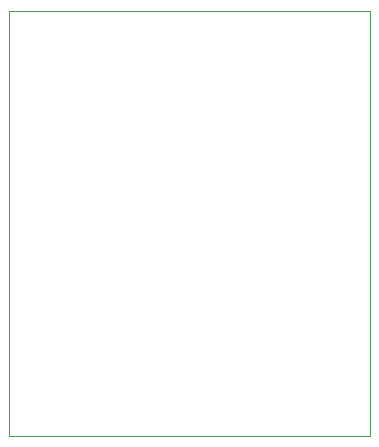
<source format=gbr>
G04 #@! TF.GenerationSoftware,KiCad,Pcbnew,9.0.4-9.0.4-0~ubuntu24.04.1*
G04 #@! TF.CreationDate,2025-09-01T13:53:32-07:00*
G04 #@! TF.ProjectId,iisi-riser-board,69697369-2d72-4697-9365-722d626f6172,rev?*
G04 #@! TF.SameCoordinates,Original*
G04 #@! TF.FileFunction,Profile,NP*
%FSLAX46Y46*%
G04 Gerber Fmt 4.6, Leading zero omitted, Abs format (unit mm)*
G04 Created by KiCad (PCBNEW 9.0.4-9.0.4-0~ubuntu24.04.1) date 2025-09-01 13:53:32*
%MOMM*%
%LPD*%
G01*
G04 APERTURE LIST*
G04 #@! TA.AperFunction,Profile*
%ADD10C,0.050000*%
G04 #@! TD*
G04 APERTURE END LIST*
D10*
X130500000Y-64000000D02*
X130500000Y-100000000D01*
X130500000Y-100000000D02*
X100000000Y-100000000D01*
X100000000Y-64000000D02*
X130500000Y-64000000D01*
X100000000Y-100000000D02*
X100000000Y-64000000D01*
M02*

</source>
